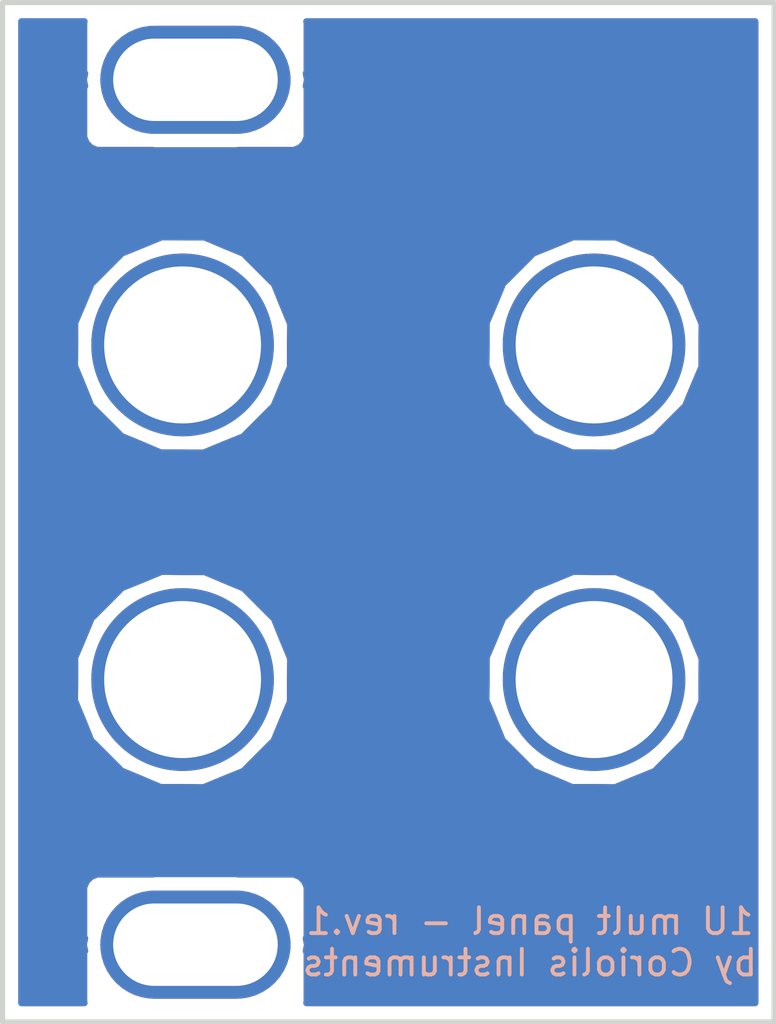
<source format=kicad_pcb>
(kicad_pcb (version 20171130) (host pcbnew "(5.0.0)")

  (general
    (thickness 1.6)
    (drawings 5)
    (tracks 0)
    (zones 0)
    (modules 7)
    (nets 1)
  )

  (page A4)
  (layers
    (0 F.Cu signal)
    (31 B.Cu signal)
    (32 B.Adhes user)
    (33 F.Adhes user)
    (34 B.Paste user)
    (35 F.Paste user)
    (36 B.SilkS user)
    (37 F.SilkS user)
    (38 B.Mask user)
    (39 F.Mask user)
    (40 Dwgs.User user)
    (41 Cmts.User user)
    (42 Eco1.User user)
    (43 Eco2.User user)
    (44 Edge.Cuts user)
    (45 Margin user)
    (46 B.CrtYd user)
    (47 F.CrtYd user)
    (48 B.Fab user)
    (49 F.Fab user)
  )

  (setup
    (last_trace_width 0.25)
    (trace_clearance 0.2)
    (zone_clearance 0.508)
    (zone_45_only no)
    (trace_min 0.2)
    (segment_width 1)
    (edge_width 0.15)
    (via_size 0.8)
    (via_drill 0.4)
    (via_min_size 0.4)
    (via_min_drill 0.3)
    (uvia_size 0.3)
    (uvia_drill 0.1)
    (uvias_allowed no)
    (uvia_min_size 0.2)
    (uvia_min_drill 0.1)
    (pcb_text_width 0.3)
    (pcb_text_size 1.5 1.5)
    (mod_edge_width 0.15)
    (mod_text_size 1 1)
    (mod_text_width 0.15)
    (pad_size 1.524 1.524)
    (pad_drill 0.762)
    (pad_to_mask_clearance 0.2)
    (aux_axis_origin 0 0)
    (visible_elements 7FFFFFFF)
    (pcbplotparams
      (layerselection 0x010fc_ffffffff)
      (usegerberextensions false)
      (usegerberattributes false)
      (usegerberadvancedattributes false)
      (creategerberjobfile false)
      (excludeedgelayer true)
      (linewidth 0.100000)
      (plotframeref false)
      (viasonmask false)
      (mode 1)
      (useauxorigin false)
      (hpglpennumber 1)
      (hpglpenspeed 20)
      (hpglpendiameter 15.000000)
      (psnegative false)
      (psa4output false)
      (plotreference true)
      (plotvalue true)
      (plotinvisibletext false)
      (padsonsilk false)
      (subtractmaskfromsilk false)
      (outputformat 1)
      (mirror false)
      (drillshape 0)
      (scaleselection 1)
      (outputdirectory "gerbers/"))
  )

  (net 0 "")

  (net_class Default "Dit is de standaard class."
    (clearance 0.2)
    (trace_width 0.25)
    (via_dia 0.8)
    (via_drill 0.4)
    (uvia_dia 0.3)
    (uvia_drill 0.1)
  )

  (module Coriolis-KiCad:art_panel_1umult (layer F.Cu) (tedit 5B89A50A) (tstamp 5B85B769)
    (at 15 19.8)
    (fp_text reference G*** (at 0 0) (layer F.SilkS) hide
      (effects (font (size 1.524 1.524) (thickness 0.3)))
    )
    (fp_text value LOGO (at 0.75 0) (layer F.SilkS) hide
      (effects (font (size 1.524 1.524) (thickness 0.3)))
    )
    (fp_poly (pts (xy 14.851063 19.496855) (xy 15.001875 19.499792) (xy 15.001875 19.796125) (xy 14.851063 19.799062)
      (xy 14.70025 19.801998) (xy 14.70025 19.493919) (xy 14.851063 19.496855)) (layer Dwgs.User) (width 0.01))
    (fp_poly (pts (xy 0.00866 1.588834) (xy 0.033193 1.60838) (xy 0.072877 1.640347) (xy 0.127104 1.684239)
      (xy 0.195263 1.739558) (xy 0.276745 1.805807) (xy 0.37094 1.882486) (xy 0.477238 1.9691)
      (xy 0.595031 2.06515) (xy 0.723708 2.170139) (xy 0.86266 2.283569) (xy 1.011277 2.404943)
      (xy 1.168949 2.533762) (xy 1.335068 2.66953) (xy 1.509023 2.811748) (xy 1.690205 2.959919)
      (xy 1.878004 3.113546) (xy 2.07181 3.27213) (xy 2.271015 3.435174) (xy 2.475008 3.602181)
      (xy 2.677092 3.767667) (xy 5.345551 5.953125) (xy 5.30538 5.988747) (xy 5.256595 6.031316)
      (xy 5.200515 6.079099) (xy 5.139489 6.130205) (xy 5.075868 6.182741) (xy 5.012002 6.234814)
      (xy 4.950241 6.284533) (xy 4.892936 6.330005) (xy 4.842436 6.369338) (xy 4.801093 6.40064)
      (xy 4.771256 6.422018) (xy 4.755445 6.431516) (xy 4.746328 6.425291) (xy 4.721496 6.406165)
      (xy 4.681598 6.374664) (xy 4.62728 6.331316) (xy 4.559192 6.276647) (xy 4.47798 6.211184)
      (xy 4.384294 6.135453) (xy 4.27878 6.049981) (xy 4.162086 5.955295) (xy 4.03486 5.851922)
      (xy 3.897751 5.740387) (xy 3.751406 5.621218) (xy 3.596473 5.494941) (xy 3.433599 5.362083)
      (xy 3.263433 5.223171) (xy 3.086623 5.078731) (xy 2.903816 4.92929) (xy 2.71566 4.775374)
      (xy 2.522803 4.617511) (xy 2.371427 4.493531) (xy -0.000082 2.550746) (xy -2.370507 4.492707)
      (xy -2.56648 4.653234) (xy -2.758223 4.810251) (xy -2.94509 4.96323) (xy -3.126432 5.111642)
      (xy -3.301603 5.25496) (xy -3.469957 5.392656) (xy -3.630847 5.5242) (xy -3.783625 5.649066)
      (xy -3.927646 5.766725) (xy -4.062262 5.876649) (xy -4.186826 5.978311) (xy -4.300691 6.071181)
      (xy -4.403212 6.154732) (xy -4.49374 6.228436) (xy -4.57163 6.291765) (xy -4.636234 6.344191)
      (xy -4.686906 6.385185) (xy -4.722998 6.41422) (xy -4.743864 6.430767) (xy -4.749146 6.434667)
      (xy -4.759915 6.428504) (xy -4.784306 6.411488) (xy -4.819282 6.385829) (xy -4.86181 6.353737)
      (xy -4.889576 6.332401) (xy -4.960251 6.276796) (xy -5.039357 6.212991) (xy -5.121328 6.145582)
      (xy -5.200603 6.079168) (xy -5.271617 6.018347) (xy -5.305362 5.988747) (xy -5.345516 5.953125)
      (xy -2.677187 3.767667) (xy -2.469135 3.597286) (xy -2.265279 3.430385) (xy -2.066229 3.267461)
      (xy -1.872595 3.109011) (xy -1.684986 2.955534) (xy -1.504012 2.807527) (xy -1.330282 2.665487)
      (xy -1.164407 2.529913) (xy -1.006994 2.401301) (xy -0.858655 2.28015) (xy -0.719999 2.166957)
      (xy -0.591635 2.062221) (xy -0.474173 1.966437) (xy -0.368223 1.880105) (xy -0.274394 1.803722)
      (xy -0.193295 1.737785) (xy -0.125537 1.682792) (xy -0.071729 1.639241) (xy -0.03248 1.607629)
      (xy -0.0084 1.588454) (xy -0.000112 1.582209) (xy 0.00866 1.588834)) (layer F.Mask) (width 0.01))
    (fp_poly (pts (xy 5.984868 -5.31073) (xy 6.006652 -5.287333) (xy 6.037653 -5.252167) (xy 6.075878 -5.207618)
      (xy 6.119334 -5.156075) (xy 6.166029 -5.099925) (xy 6.213971 -5.041555) (xy 6.261166 -4.983353)
      (xy 6.305622 -4.927708) (xy 6.345347 -4.877006) (xy 6.361542 -4.855923) (xy 6.398757 -4.806861)
      (xy 6.424546 -4.771755) (xy 6.4404 -4.747792) (xy 6.447812 -4.73216) (xy 6.448271 -4.722047)
      (xy 6.443271 -4.71464) (xy 6.438613 -4.710604) (xy 6.373838 -4.657932) (xy 6.296141 -4.594626)
      (xy 6.206229 -4.521264) (xy 6.104807 -4.438427) (xy 5.992583 -4.346694) (xy 5.870263 -4.246647)
      (xy 5.738554 -4.138865) (xy 5.598161 -4.023928) (xy 5.449791 -3.902416) (xy 5.294152 -3.774909)
      (xy 5.131948 -3.641988) (xy 4.963887 -3.504233) (xy 4.790675 -3.362223) (xy 4.613019 -3.216539)
      (xy 4.431625 -3.06776) (xy 4.2472 -2.916468) (xy 4.060449 -2.763241) (xy 3.87208 -2.608661)
      (xy 3.682799 -2.453306) (xy 3.493312 -2.297758) (xy 3.304326 -2.142596) (xy 3.116547 -1.988401)
      (xy 2.930682 -1.835752) (xy 2.747437 -1.685229) (xy 2.567519 -1.537414) (xy 2.391634 -1.392885)
      (xy 2.220489 -1.252222) (xy 2.054789 -1.116007) (xy 1.895243 -0.984819) (xy 1.742555 -0.859238)
      (xy 1.597432 -0.739844) (xy 1.460582 -0.627217) (xy 1.33271 -0.521938) (xy 1.214522 -0.424586)
      (xy 1.106726 -0.335742) (xy 1.010028 -0.255986) (xy 0.925133 -0.185897) (xy 0.85275 -0.126056)
      (xy 0.793583 -0.077043) (xy 0.748341 -0.039438) (xy 0.717728 -0.013821) (xy 0.702451 -0.000772)
      (xy 0.700769 0.000852) (xy 0.709091 0.008115) (xy 0.733203 0.028301) (xy 0.772519 0.060931)
      (xy 0.82645 0.105519) (xy 0.89441 0.161584) (xy 0.975809 0.228644) (xy 1.07006 0.306215)
      (xy 1.176576 0.393815) (xy 1.294769 0.490961) (xy 1.42405 0.597171) (xy 1.563832 0.711962)
      (xy 1.713528 0.834851) (xy 1.872549 0.965356) (xy 2.040308 1.102994) (xy 2.216217 1.247283)
      (xy 2.399687 1.397739) (xy 2.590133 1.553881) (xy 2.786964 1.715225) (xy 2.989595 1.881289)
      (xy 3.197436 2.05159) (xy 3.4099 2.225645) (xy 3.561292 2.349649) (xy 3.776812 2.526176)
      (xy 3.988204 2.699337) (xy 4.194876 2.868649) (xy 4.396236 3.033625) (xy 4.591692 3.193779)
      (xy 4.780651 3.348626) (xy 4.962523 3.497681) (xy 5.136713 3.640457) (xy 5.302632 3.776471)
      (xy 5.459685 3.905235) (xy 5.607282 4.026264) (xy 5.744831 4.139074) (xy 5.871739 4.243178)
      (xy 5.987414 4.338091) (xy 6.091264 4.423327) (xy 6.182698 4.498401) (xy 6.261122 4.562827)
      (xy 6.325946 4.616121) (xy 6.376576 4.657795) (xy 6.412422 4.687366) (xy 6.43289 4.704346)
      (xy 6.437736 4.708467) (xy 6.444494 4.716463) (xy 6.446507 4.72564) (xy 6.442233 4.73893)
      (xy 6.430132 4.759264) (xy 6.408664 4.789575) (xy 6.376289 4.832793) (xy 6.363653 4.84946)
      (xy 6.313284 4.914406) (xy 6.251391 4.99187) (xy 6.180608 5.078632) (xy 6.103566 5.171474)
      (xy 6.022898 5.267178) (xy 5.999698 5.294426) (xy 5.972188 5.326663) (xy 2.986067 2.880382)
      (xy -0.000054 0.4341) (xy -2.984131 2.878759) (xy -3.204202 3.059041) (xy -3.420075 3.235872)
      (xy -3.631177 3.40878) (xy -3.836931 3.577296) (xy -4.036764 3.740949) (xy -4.230101 3.899268)
      (xy -4.416366 4.051783) (xy -4.594986 4.198025) (xy -4.765384 4.337521) (xy -4.926987 4.469802)
      (xy -5.07922 4.594398) (xy -5.221508 4.710838) (xy -5.353275 4.818652) (xy -5.473948 4.917368)
      (xy -5.582951 5.006518) (xy -5.67971 5.08563) (xy -5.763649 5.154234) (xy -5.834195 5.21186)
      (xy -5.890772 5.258037) (xy -5.932805 5.292294) (xy -5.959719 5.314162) (xy -5.970941 5.32317)
      (xy -5.97125 5.32339) (xy -5.978946 5.315876) (xy -5.997455 5.29554) (xy -6.023844 5.265654)
      (xy -6.049512 5.236077) (xy -6.174546 5.088014) (xy -6.289345 4.945589) (xy -6.365379 4.847207)
      (xy -6.401125 4.799879) (xy -6.425479 4.766335) (xy -6.439988 4.743606) (xy -6.446202 4.728727)
      (xy -6.445669 4.71873) (xy -6.439936 4.710648) (xy -6.437775 4.708486) (xy -6.428241 4.700455)
      (xy -6.402922 4.679501) (xy -6.362409 4.646109) (xy -6.307296 4.600763) (xy -6.238174 4.54395)
      (xy -6.155635 4.476155) (xy -6.060272 4.397864) (xy -5.952675 4.309561) (xy -5.833438 4.211734)
      (xy -5.703153 4.104867) (xy -5.562411 3.989445) (xy -5.411805 3.865955) (xy -5.251927 3.734882)
      (xy -5.083368 3.596711) (xy -4.906721 3.451928) (xy -4.722579 3.301018) (xy -4.531532 3.144467)
      (xy -4.334173 2.982761) (xy -4.131095 2.816384) (xy -3.922888 2.645823) (xy -3.710147 2.471563)
      (xy -3.561291 2.349644) (xy -3.345936 2.173246) (xy -3.134791 2.000264) (xy -2.928445 1.831181)
      (xy -2.727486 1.666479) (xy -2.532501 1.506641) (xy -2.344079 1.35215) (xy -2.162806 1.203488)
      (xy -1.989272 1.061139) (xy -1.824063 0.925583) (xy -1.667768 0.797305) (xy -1.520974 0.676787)
      (xy -1.384269 0.564512) (xy -1.258241 0.460962) (xy -1.143478 0.366619) (xy -1.040567 0.281967)
      (xy -0.950096 0.207488) (xy -0.872654 0.143664) (xy -0.808827 0.090979) (xy -0.759204 0.049915)
      (xy -0.724372 0.020955) (xy -0.70492 0.004581) (xy -0.700768 0.000866) (xy -0.708688 -0.006159)
      (xy -0.732273 -0.026021) (xy -0.770819 -0.058143) (xy -0.82362 -0.101944) (xy -0.88997 -0.156845)
      (xy -0.969165 -0.222269) (xy -1.060499 -0.297634) (xy -1.163266 -0.382363) (xy -1.276762 -0.475875)
      (xy -1.400281 -0.577593) (xy -1.533117 -0.686936) (xy -1.674566 -0.803326) (xy -1.823923 -0.926183)
      (xy -1.98048 -1.054928) (xy -2.143535 -1.188982) (xy -2.312381 -1.327767) (xy -2.486312 -1.470702)
      (xy -2.664624 -1.617209) (xy -2.846611 -1.766708) (xy -3.031568 -1.918621) (xy -3.21879 -2.072368)
      (xy -3.407571 -2.22737) (xy -3.597206 -2.383047) (xy -3.786989 -2.538822) (xy -3.976216 -2.694114)
      (xy -4.164181 -2.848345) (xy -4.350179 -3.000935) (xy -4.533504 -3.151305) (xy -4.713451 -3.298876)
      (xy -4.889314 -3.443069) (xy -5.060389 -3.583305) (xy -5.225971 -3.719004) (xy -5.385353 -3.849588)
      (xy -5.53783 -3.974477) (xy -5.682698 -4.093092) (xy -5.81925 -4.204854) (xy -5.946782 -4.309184)
      (xy -6.064588 -4.405502) (xy -6.171963 -4.49323) (xy -6.268202 -4.571788) (xy -6.352599 -4.640598)
      (xy -6.424449 -4.69908) (xy -6.438627 -4.710604) (xy -6.446039 -4.717725) (xy -6.44883 -4.725973)
      (xy -6.445507 -4.73816) (xy -6.434581 -4.757097) (xy -6.414557 -4.785597) (xy -6.383946 -4.826473)
      (xy -6.361542 -4.855923) (xy -6.324669 -4.903542) (xy -6.282147 -4.957207) (xy -6.235966 -5.014527)
      (xy -6.18812 -5.073118) (xy -6.140602 -5.13059) (xy -6.095403 -5.184556) (xy -6.054516 -5.232629)
      (xy -6.019934 -5.272421) (xy -5.993649 -5.301545) (xy -5.977653 -5.317612) (xy -5.974291 -5.319964)
      (xy -5.965416 -5.31358) (xy -5.940752 -5.294244) (xy -5.900875 -5.262426) (xy -5.846364 -5.218597)
      (xy -5.777794 -5.163226) (xy -5.695743 -5.096785) (xy -5.600788 -5.019743) (xy -5.493507 -4.932572)
      (xy -5.374475 -4.835742) (xy -5.244271 -4.729722) (xy -5.103471 -4.614985) (xy -4.952653 -4.491999)
      (xy -4.792393 -4.361235) (xy -4.623268 -4.223165) (xy -4.445856 -4.078258) (xy -4.260734 -3.926984)
      (xy -4.068478 -3.769815) (xy -3.869666 -3.607221) (xy -3.664875 -3.439671) (xy -3.454681 -3.267637)
      (xy -3.239663 -3.091589) (xy -3.020397 -2.911997) (xy -2.986106 -2.883905) (xy -2.766236 -2.703796)
      (xy -2.550537 -2.527139) (xy -2.339585 -2.354407) (xy -2.133956 -2.18607) (xy -1.934227 -2.022599)
      (xy -1.740976 -1.864466) (xy -1.554778 -1.712142) (xy -1.37621 -1.566097) (xy -1.205849 -1.426803)
      (xy -1.044272 -1.294731) (xy -0.892055 -1.170352) (xy -0.749775 -1.054137) (xy -0.618008 -0.946558)
      (xy -0.497332 -0.848085) (xy -0.388323 -0.759189) (xy -0.291557 -0.680342) (xy -0.207612 -0.612014)
      (xy -0.137063 -0.554677) (xy -0.080488 -0.508802) (xy -0.038463 -0.47486) (xy -0.011566 -0.453323)
      (xy -0.000371 -0.44466) (xy -0.000079 -0.4445) (xy 0.008637 -0.451131) (xy 0.033146 -0.470709)
      (xy 0.072871 -0.502765) (xy 0.127235 -0.546826) (xy 0.195663 -0.602421) (xy 0.277577 -0.66908)
      (xy 0.3724 -0.746331) (xy 0.479556 -0.833704) (xy 0.598468 -0.930726) (xy 0.72856 -1.036928)
      (xy 0.869255 -1.151838) (xy 1.019976 -1.274984) (xy 1.180146 -1.405896) (xy 1.349189 -1.544103)
      (xy 1.526529 -1.689134) (xy 1.711588 -1.840517) (xy 1.90379 -1.997781) (xy 2.102558 -2.160456)
      (xy 2.307315 -2.32807) (xy 2.517486 -2.500152) (xy 2.732492 -2.676231) (xy 2.951758 -2.855836)
      (xy 2.986027 -2.883909) (xy 3.205903 -3.064007) (xy 3.421621 -3.240633) (xy 3.632603 -3.413318)
      (xy 3.838273 -3.581591) (xy 4.038052 -3.744983) (xy 4.231364 -3.903022) (xy 4.417633 -4.055238)
      (xy 4.59628 -4.201161) (xy 4.766729 -4.34032) (xy 4.928403 -4.472245) (xy 5.080725 -4.596466)
      (xy 5.223117 -4.712511) (xy 5.355003 -4.819911) (xy 5.475805 -4.918195) (xy 5.584947 -5.006893)
      (xy 5.681852 -5.085534) (xy 5.765942 -5.153648) (xy 5.83664 -5.210764) (xy 5.893369 -5.256413)
      (xy 5.935552 -5.290123) (xy 5.962613 -5.311424) (xy 5.973973 -5.319846) (xy 5.974292 -5.319968)
      (xy 5.984868 -5.31073)) (layer F.Mask) (width 0.01))
    (fp_poly (pts (xy -6.931293 -3.969695) (xy -6.906826 -3.949977) (xy -6.867267 -3.91789) (xy -6.813254 -3.873957)
      (xy -6.745428 -3.8187) (xy -6.664429 -3.752643) (xy -6.570897 -3.676309) (xy -6.465471 -3.590219)
      (xy -6.348792 -3.494899) (xy -6.221498 -3.39087) (xy -6.084231 -3.278655) (xy -5.937629 -3.158778)
      (xy -5.782333 -3.031761) (xy -5.618983 -2.898128) (xy -5.448217 -2.758401) (xy -5.270677 -2.613104)
      (xy -5.087002 -2.462759) (xy -4.897832 -2.307889) (xy -4.703807 -2.149018) (xy -4.509227 -1.989666)
      (xy -2.086357 -0.005291) (xy -2.109449 0.017393) (xy -2.119907 0.026344) (xy -2.145929 0.048027)
      (xy -2.186695 0.081769) (xy -2.241386 0.126898) (xy -2.309184 0.182741) (xy -2.38927 0.248626)
      (xy -2.480824 0.32388) (xy -2.58303 0.407832) (xy -2.695066 0.499809) (xy -2.816116 0.599137)
      (xy -2.945359 0.705146) (xy -3.081978 0.817163) (xy -3.225153 0.934515) (xy -3.374065 1.056529)
      (xy -3.527897 1.182534) (xy -3.661833 1.292212) (xy -3.83497 1.433973) (xy -4.013134 1.579854)
      (xy -4.194776 1.728587) (xy -4.378351 1.878906) (xy -4.56231 2.029543) (xy -4.745106 2.179232)
      (xy -4.925192 2.326705) (xy -5.101021 2.470694) (xy -5.271046 2.609934) (xy -5.433719 2.743157)
      (xy -5.587492 2.869096) (xy -5.73082 2.986484) (xy -5.862154 3.094053) (xy -5.979948 3.190538)
      (xy -6.066682 3.261586) (xy -6.94224 3.978826) (xy -6.989933 3.897059) (xy -7.013605 3.855123)
      (xy -7.041633 3.803295) (xy -7.072607 3.744409) (xy -7.105119 3.681301) (xy -7.137761 3.616804)
      (xy -7.169124 3.553754) (xy -7.197798 3.494984) (xy -7.222375 3.44333) (xy -7.241447 3.401625)
      (xy -7.253605 3.372706) (xy -7.257439 3.359405) (xy -7.257317 3.359053) (xy -7.248707 3.351599)
      (xy -7.224412 3.331315) (xy -7.185127 3.298774) (xy -7.131551 3.254546) (xy -7.064381 3.199205)
      (xy -6.984313 3.133323) (xy -6.892045 3.057471) (xy -6.788274 2.972223) (xy -6.673697 2.878151)
      (xy -6.549012 2.775826) (xy -6.414916 2.665821) (xy -6.272105 2.548708) (xy -6.121276 2.425059)
      (xy -5.963128 2.295447) (xy -5.798358 2.160443) (xy -5.627661 2.020621) (xy -5.451736 1.876552)
      (xy -5.27128 1.728808) (xy -5.208551 1.677459) (xy -5.02679 1.528641) (xy -4.849379 1.383314)
      (xy -4.677013 1.242049) (xy -4.510385 1.105417) (xy -4.350189 0.973989) (xy -4.197119 0.848336)
      (xy -4.051868 0.729029) (xy -3.915131 0.61664) (xy -3.787602 0.511738) (xy -3.669973 0.414896)
      (xy -3.56294 0.326685) (xy -3.467195 0.247674) (xy -3.383432 0.178436) (xy -3.312346 0.119541)
      (xy -3.254631 0.071561) (xy -3.210979 0.035066) (xy -3.182085 0.010628) (xy -3.168643 -0.001183)
      (xy -3.167717 -0.002227) (xy -3.175971 -0.00951) (xy -3.199912 -0.029624) (xy -3.238842 -0.061998)
      (xy -3.292066 -0.106058) (xy -3.358887 -0.161234) (xy -3.438609 -0.226952) (xy -3.530536 -0.30264)
      (xy -3.633971 -0.387727) (xy -3.748218 -0.481641) (xy -3.872582 -0.583808) (xy -4.006365 -0.693658)
      (xy -4.148871 -0.810618) (xy -4.299404 -0.934116) (xy -4.457269 -1.063579) (xy -4.621768 -1.198436)
      (xy -4.792205 -1.338115) (xy -4.967884 -1.482044) (xy -5.148109 -1.629649) (xy -5.207 -1.677871)
      (xy -5.388636 -1.826616) (xy -5.566002 -1.971905) (xy -5.738399 -2.113164) (xy -5.905126 -2.249819)
      (xy -6.065485 -2.381296) (xy -6.218776 -2.507019) (xy -6.3643 -2.626413) (xy -6.501356 -2.738906)
      (xy -6.629246 -2.843921) (xy -6.74727 -2.940885) (xy -6.854728 -3.029222) (xy -6.950922 -3.108359)
      (xy -7.035151 -3.17772) (xy -7.106716 -3.236731) (xy -7.164917 -3.284818) (xy -7.209056 -3.321406)
      (xy -7.238432 -3.34592) (xy -7.252347 -3.357786) (xy -7.253416 -3.358813) (xy -7.252436 -3.373771)
      (xy -7.241256 -3.405898) (xy -7.220328 -3.454075) (xy -7.190106 -3.517179) (xy -7.186391 -3.524668)
      (xy -7.147167 -3.602639) (xy -7.108009 -3.678902) (xy -7.070153 -3.751191) (xy -7.034834 -3.817242)
      (xy -7.003287 -3.874788) (xy -6.976747 -3.921565) (xy -6.95645 -3.955306) (xy -6.94363 -3.973747)
      (xy -6.940028 -3.97652) (xy -6.931293 -3.969695)) (layer F.Mask) (width 0.01))
    (fp_poly (pts (xy 6.949586 -3.970031) (xy 6.964683 -3.944853) (xy 6.98653 -3.906139) (xy 7.013699 -3.856553)
      (xy 7.044762 -3.798757) (xy 7.078289 -3.735413) (xy 7.112852 -3.669186) (xy 7.147024 -3.602737)
      (xy 7.179376 -3.538729) (xy 7.186391 -3.524668) (xy 7.217549 -3.460093) (xy 7.239476 -3.410299)
      (xy 7.251716 -3.376415) (xy 7.253813 -3.359573) (xy 7.253416 -3.358826) (xy 7.24452 -3.351066)
      (xy 7.219941 -3.330478) (xy 7.180379 -3.297634) (xy 7.126535 -3.25311) (xy 7.059106 -3.197481)
      (xy 6.978793 -3.13132) (xy 6.886295 -3.055203) (xy 6.782312 -2.969704) (xy 6.667542 -2.875398)
      (xy 6.542686 -2.772859) (xy 6.408444 -2.662661) (xy 6.265514 -2.54538) (xy 6.114595 -2.42159)
      (xy 5.956389 -2.291865) (xy 5.791593 -2.15678) (xy 5.620908 -2.01691) (xy 5.445033 -1.872829)
      (xy 5.264667 -1.725111) (xy 5.207 -1.677891) (xy 5.02546 -1.529223) (xy 4.848241 -1.384047)
      (xy 4.676039 -1.242937) (xy 4.509552 -1.106464) (xy 4.349475 -0.9752) (xy 4.196505 -0.849718)
      (xy 4.051338 -0.73059) (xy 3.91467 -0.618387) (xy 3.787197 -0.513682) (xy 3.669616 -0.417048)
      (xy 3.562623 -0.329055) (xy 3.466914 -0.250277) (xy 3.383186 -0.181285) (xy 3.312134 -0.122651)
      (xy 3.254456 -0.074948) (xy 3.210846 -0.038748) (xy 3.182003 -0.014622) (xy 3.168621 -0.003144)
      (xy 3.167717 -0.002234) (xy 3.175616 0.005047) (xy 3.199208 0.025153) (xy 3.2378 0.057515)
      (xy 3.290697 0.101562) (xy 3.357206 0.156721) (xy 3.436633 0.222423) (xy 3.528284 0.298096)
      (xy 3.631466 0.383169) (xy 3.745484 0.477071) (xy 3.869645 0.579232) (xy 4.003254 0.689079)
      (xy 4.145619 0.806042) (xy 4.296045 0.92955) (xy 4.453839 1.059032) (xy 4.618306 1.193917)
      (xy 4.788752 1.333634) (xy 4.964485 1.477612) (xy 5.14481 1.625279) (xy 5.208551 1.677459)
      (xy 5.390384 1.826314) (xy 5.567917 1.97168) (xy 5.740456 2.112985) (xy 5.907302 2.249658)
      (xy 6.067759 2.381127) (xy 6.22113 2.50682) (xy 6.366719 2.626166) (xy 6.503829 2.738593)
      (xy 6.631764 2.84353) (xy 6.749826 2.940404) (xy 6.857318 3.028645) (xy 6.953545 3.107681)
      (xy 7.037809 3.176939) (xy 7.109414 3.235849) (xy 7.167662 3.283839) (xy 7.211858 3.320338)
      (xy 7.241304 3.344772) (xy 7.255304 3.356572) (xy 7.256424 3.357607) (xy 7.253894 3.370033)
      (xy 7.242723 3.3983) (xy 7.224317 3.439624) (xy 7.200086 3.491216) (xy 7.171437 3.550293)
      (xy 7.139779 3.614066) (xy 7.106519 3.679749) (xy 7.073067 3.744557) (xy 7.04083 3.805703)
      (xy 7.011216 3.860401) (xy 6.985634 3.905864) (xy 6.965492 3.939307) (xy 6.954216 3.955565)
      (xy 6.952175 3.957282) (xy 6.949077 3.957906) (xy 6.944369 3.956991) (xy 6.937501 3.954093)
      (xy 6.927919 3.948768) (xy 6.915072 3.940572) (xy 6.898407 3.929058) (xy 6.877373 3.913784)
      (xy 6.851418 3.894304) (xy 6.81999 3.870173) (xy 6.782537 3.840949) (xy 6.738506 3.806184)
      (xy 6.687345 3.765436) (xy 6.628503 3.71826) (xy 6.561428 3.664211) (xy 6.485568 3.602844)
      (xy 6.400369 3.533716) (xy 6.305282 3.45638) (xy 6.199753 3.370394) (xy 6.08323 3.275312)
      (xy 5.955162 3.17069) (xy 5.814997 3.056083) (xy 5.662182 2.931046) (xy 5.496165 2.795136)
      (xy 5.316394 2.647908) (xy 5.122319 2.488916) (xy 4.913385 2.317717) (xy 4.689042 2.133866)
      (xy 4.514418 1.99075) (xy 4.316332 1.828369) (xy 4.122533 1.669441) (xy 3.933658 1.514489)
      (xy 3.750344 1.364037) (xy 3.573227 1.218611) (xy 3.402945 1.078734) (xy 3.240134 0.944931)
      (xy 3.085431 0.817726) (xy 2.939473 0.697644) (xy 2.802896 0.585209) (xy 2.676337 0.480946)
      (xy 2.560433 0.385378) (xy 2.455821 0.29903) (xy 2.363138 0.222427) (xy 2.283019 0.156093)
      (xy 2.216103 0.100552) (xy 2.163025 0.056329) (xy 2.124423 0.023948) (xy 2.100933 0.003933)
      (xy 2.093188 -0.003183) (xy 2.101381 -0.010402) (xy 2.125177 -0.030387) (xy 2.163797 -0.062503)
      (xy 2.216465 -0.10611) (xy 2.282402 -0.160572) (xy 2.36083 -0.22525) (xy 2.450972 -0.299508)
      (xy 2.552051 -0.382707) (xy 2.663287 -0.474211) (xy 2.783905 -0.57338) (xy 2.913125 -0.679578)
      (xy 3.05017 -0.792167) (xy 3.194262 -0.910509) (xy 3.344624 -1.033967) (xy 3.500478 -1.161903)
      (xy 3.661046 -1.293679) (xy 3.82555 -1.428658) (xy 3.993213 -1.566203) (xy 4.163257 -1.705675)
      (xy 4.334904 -1.846436) (xy 4.507376 -1.98785) (xy 4.679895 -2.129279) (xy 4.851685 -2.270084)
      (xy 5.021966 -2.409629) (xy 5.189962 -2.547275) (xy 5.354894 -2.682386) (xy 5.515986 -2.814323)
      (xy 5.672458 -2.942449) (xy 5.823533 -3.066125) (xy 5.968434 -3.184716) (xy 6.106383 -3.297582)
      (xy 6.236602 -3.404086) (xy 6.358314 -3.503591) (xy 6.470739 -3.595459) (xy 6.573102 -3.679053)
      (xy 6.664624 -3.753734) (xy 6.744527 -3.818865) (xy 6.812033 -3.873808) (xy 6.866366 -3.917927)
      (xy 6.906746 -3.950582) (xy 6.932397 -3.971137) (xy 6.94254 -3.978954) (xy 6.942667 -3.979011)
      (xy 6.949586 -3.970031)) (layer F.Mask) (width 0.01))
    (fp_poly (pts (xy -2.377563 -4.501963) (xy -2.181643 -4.341484) (xy -1.989953 -4.184516) (xy -1.80314 -4.031586)
      (xy -1.621849 -3.883224) (xy -1.446729 -3.739957) (xy -1.278427 -3.602312) (xy -1.11759 -3.47082)
      (xy -0.964864 -3.346007) (xy -0.820897 -3.228403) (xy -0.686335 -3.118534) (xy -0.561827 -3.01693)
      (xy -0.448019 -2.924119) (xy -0.345557 -2.840629) (xy -0.25509 -2.766988) (xy -0.177264 -2.703724)
      (xy -0.112726 -2.651366) (xy -0.062124 -2.610441) (xy -0.026104 -2.581479) (xy -0.005314 -2.565007)
      (xy -0.000096 -2.561166) (xy 0.008682 -2.567788) (xy 0.033182 -2.587302) (xy 0.072757 -2.619178)
      (xy 0.126759 -2.66289) (xy 0.194542 -2.717909) (xy 0.275458 -2.783707) (xy 0.368861 -2.859755)
      (xy 0.474103 -2.945525) (xy 0.590537 -3.04049) (xy 0.717516 -3.14412) (xy 0.854393 -3.255889)
      (xy 1.000522 -3.375266) (xy 1.155254 -3.501725) (xy 1.317943 -3.634737) (xy 1.487942 -3.773775)
      (xy 1.664604 -3.918308) (xy 1.847281 -4.067811) (xy 2.035327 -4.221753) (xy 2.228094 -4.379608)
      (xy 2.377466 -4.501959) (xy 4.746625 -6.442751) (xy 4.793013 -6.409605) (xy 4.825903 -6.385132)
      (xy 4.871545 -6.349822) (xy 4.926489 -6.306457) (xy 4.98729 -6.257824) (xy 5.050498 -6.206709)
      (xy 5.112667 -6.155896) (xy 5.170349 -6.10817) (xy 5.220095 -6.066318) (xy 5.25202 -6.038796)
      (xy 5.344665 -5.95757) (xy 5.28377 -5.907123) (xy 5.22327 -5.857094) (xy 5.149734 -5.796446)
      (xy 5.063902 -5.725781) (xy 4.966513 -5.645705) (xy 4.858308 -5.556821) (xy 4.740025 -5.459733)
      (xy 4.612404 -5.355047) (xy 4.476186 -5.243366) (xy 4.332108 -5.125294) (xy 4.180912 -5.001436)
      (xy 4.023336 -4.872396) (xy 3.86012 -4.738778) (xy 3.692004 -4.601187) (xy 3.519727 -4.460226)
      (xy 3.344029 -4.3165) (xy 3.165649 -4.170613) (xy 2.985327 -4.02317) (xy 2.803802 -3.874774)
      (xy 2.621815 -3.72603) (xy 2.440104 -3.577542) (xy 2.25941 -3.429914) (xy 2.080471 -3.283751)
      (xy 1.904028 -3.139657) (xy 1.73082 -2.998236) (xy 1.561586 -2.860093) (xy 1.397066 -2.72583)
      (xy 1.238 -2.596054) (xy 1.085126 -2.471368) (xy 0.939186 -2.352376) (xy 0.800918 -2.239683)
      (xy 0.671062 -2.133892) (xy 0.550358 -2.035608) (xy 0.439544 -1.945436) (xy 0.339361 -1.863979)
      (xy 0.250549 -1.791842) (xy 0.173846 -1.729629) (xy 0.109992 -1.677944) (xy 0.059727 -1.637392)
      (xy 0.023791 -1.608576) (xy 0.002923 -1.592101) (xy -0.002412 -1.588206) (xy -0.011613 -1.594891)
      (xy -0.036525 -1.614473) (xy -0.076496 -1.646422) (xy -0.130875 -1.690206) (xy -0.199011 -1.745294)
      (xy -0.280252 -1.811156) (xy -0.373948 -1.88726) (xy -0.479446 -1.973075) (xy -0.596097 -2.068071)
      (xy -0.723248 -2.171716) (xy -0.860249 -2.283479) (xy -1.006447 -2.40283) (xy -1.161192 -2.529237)
      (xy -1.323833 -2.66217) (xy -1.493719 -2.801096) (xy -1.670197 -2.945487) (xy -1.852618 -3.094809)
      (xy -2.040329 -3.248533) (xy -2.232679 -3.406127) (xy -2.365375 -3.514887) (xy -2.564433 -3.678062)
      (xy -2.761237 -3.839389) (xy -2.955019 -3.998239) (xy -3.145012 -4.153981) (xy -3.330448 -4.305988)
      (xy -3.510559 -4.45363) (xy -3.684578 -4.596277) (xy -3.851737 -4.733301) (xy -4.011269 -4.864073)
      (xy -4.162407 -4.987963) (xy -4.304382 -5.104341) (xy -4.436427 -5.21258) (xy -4.557776 -5.31205)
      (xy -4.667659 -5.402121) (xy -4.76531 -5.482164) (xy -4.849961 -5.551551) (xy -4.920844 -5.609652)
      (xy -4.977193 -5.655838) (xy -5.018239 -5.68948) (xy -5.029938 -5.699068) (xy -5.345002 -5.957276)
      (xy -5.252188 -6.038649) (xy -5.211286 -6.073793) (xy -5.159677 -6.117048) (xy -5.100812 -6.165627)
      (xy -5.038138 -6.216746) (xy -4.975103 -6.267618) (xy -4.915155 -6.315457) (xy -4.861742 -6.357479)
      (xy -4.818313 -6.390896) (xy -4.793013 -6.409608) (xy -4.746625 -6.442759) (xy -2.377563 -4.501963)) (layer F.Mask) (width 0.01))
    (fp_poly (pts (xy 11.99446 -18.441924) (xy 12.023712 -18.428506) (xy 12.065428 -18.408087) (xy 12.116562 -18.382256)
      (xy 12.174067 -18.352604) (xy 12.234898 -18.320721) (xy 12.296006 -18.288196) (xy 12.354348 -18.256621)
      (xy 12.406874 -18.227585) (xy 12.450541 -18.202679) (xy 12.467167 -18.192833) (xy 12.597637 -18.111885)
      (xy 12.711641 -18.035841) (xy 12.812549 -17.962219) (xy 12.903732 -17.888534) (xy 12.988559 -17.812305)
      (xy 13.005049 -17.796543) (xy 13.09183 -17.7055) (xy 13.158861 -17.618498) (xy 13.206853 -17.534161)
      (xy 13.236519 -17.451113) (xy 13.248569 -17.367975) (xy 13.248208 -17.325885) (xy 13.24302 -17.273433)
      (xy 13.232921 -17.232413) (xy 13.215451 -17.193234) (xy 13.213032 -17.188732) (xy 13.174581 -17.13324)
      (xy 13.120617 -17.07658) (xy 13.056019 -17.023256) (xy 12.985666 -16.977773) (xy 12.982762 -16.976159)
      (xy 12.908133 -16.940433) (xy 12.815856 -16.905268) (xy 12.709446 -16.871613) (xy 12.592418 -16.840419)
      (xy 12.468288 -16.812635) (xy 12.340571 -16.789209) (xy 12.232428 -16.773511) (xy 12.129981 -16.760535)
      (xy 12.124323 -16.685538) (xy 12.122573 -16.654464) (xy 12.120588 -16.605993) (xy 12.118487 -16.54389)
      (xy 12.116391 -16.471924) (xy 12.114417 -16.393859) (xy 12.112911 -16.324791) (xy 12.109958 -16.189487)
      (xy 12.106669 -16.058949) (xy 12.103112 -15.934818) (xy 12.099354 -15.818737) (xy 12.095465 -15.71235)
      (xy 12.091512 -15.617299) (xy 12.087564 -15.535227) (xy 12.083689 -15.467777) (xy 12.079955 -15.416591)
      (xy 12.07643 -15.383312) (xy 12.073237 -15.369646) (xy 12.054516 -15.35899) (xy 12.039892 -15.356979)
      (xy 12.024267 -15.361686) (xy 11.992713 -15.37458) (xy 11.948205 -15.394323) (xy 11.893714 -15.419576)
      (xy 11.832216 -15.449001) (xy 11.795125 -15.467148) (xy 11.653275 -15.538934) (xy 11.528892 -15.606074)
      (xy 11.419281 -15.670353) (xy 11.321743 -15.733558) (xy 11.233581 -15.797476) (xy 11.152098 -15.863894)
      (xy 11.074597 -15.934598) (xy 11.043629 -15.964958) (xy 10.97976 -16.031367) (xy 10.930642 -16.089018)
      (xy 10.893867 -16.141542) (xy 10.867023 -16.192571) (xy 10.847703 -16.245738) (xy 10.841086 -16.27025)
      (xy 10.830144 -16.355063) (xy 10.831174 -16.363542) (xy 11.008675 -16.363542) (xy 11.01138 -16.301673)
      (xy 11.034761 -16.235299) (xy 11.049794 -16.20772) (xy 11.095366 -16.142626) (xy 11.157658 -16.070771)
      (xy 11.234237 -15.994398) (xy 11.322667 -15.915749) (xy 11.420513 -15.837069) (xy 11.525342 -15.7606)
      (xy 11.562883 -15.735006) (xy 11.602953 -15.708853) (xy 11.651749 -15.678052) (xy 11.706179 -15.64444)
      (xy 11.763152 -15.609857) (xy 11.819577 -15.57614) (xy 11.87236 -15.545128) (xy 11.918411 -15.518658)
      (xy 11.954639 -15.498568) (xy 11.977951 -15.486698) (xy 11.984609 -15.484267) (xy 11.98795 -15.493918)
      (xy 11.989616 -15.521475) (xy 11.989536 -15.563741) (xy 11.98764 -15.617517) (xy 11.987599 -15.618354)
      (xy 11.985943 -15.657393) (xy 11.983854 -15.714692) (xy 11.981424 -15.787351) (xy 11.978741 -15.872469)
      (xy 11.975895 -15.967148) (xy 11.972977 -16.068486) (xy 11.970076 -16.173583) (xy 11.968124 -16.247077)
      (xy 11.955226 -16.740863) (xy 11.917509 -16.735749) (xy 11.741604 -16.709024) (xy 11.583241 -16.678994)
      (xy 11.443091 -16.645839) (xy 11.321824 -16.609742) (xy 11.220111 -16.570885) (xy 11.138623 -16.52945)
      (xy 11.124229 -16.520494) (xy 11.065138 -16.473115) (xy 11.026608 -16.420744) (xy 11.008675 -16.363542)
      (xy 10.831174 -16.363542) (xy 10.840004 -16.436166) (xy 10.870586 -16.513324) (xy 10.921814 -16.586304)
      (xy 10.959457 -16.625229) (xy 11.033384 -16.683135) (xy 11.126855 -16.736719) (xy 11.240187 -16.786117)
      (xy 11.373697 -16.831468) (xy 11.527704 -16.872908) (xy 11.535834 -16.874853) (xy 11.578567 -16.884275)
      (xy 11.632259 -16.895011) (xy 11.692436 -16.906288) (xy 11.754625 -16.917334) (xy 11.814352 -16.927379)
      (xy 11.867145 -16.935648) (xy 11.90853 -16.941372) (xy 11.934034 -16.943777) (xy 11.935387 -16.943804)
      (xy 11.938017 -16.947659) (xy 11.940205 -16.960011) (xy 11.940566 -16.964552) (xy 12.130781 -16.964552)
      (xy 12.164036 -16.96993) (xy 12.187247 -16.973691) (xy 12.225989 -16.979976) (xy 12.274903 -16.987915)
      (xy 12.328627 -16.996639) (xy 12.32959 -16.996795) (xy 12.464151 -17.021958) (xy 12.589099 -17.051902)
      (xy 12.702664 -17.085927) (xy 12.803075 -17.123335) (xy 12.888564 -17.163426) (xy 12.957359 -17.205502)
      (xy 13.007692 -17.248862) (xy 13.026194 -17.272) (xy 13.041076 -17.298571) (xy 13.047459 -17.325719)
      (xy 13.047328 -17.362832) (xy 13.046878 -17.369728) (xy 13.042691 -17.40434) (xy 13.033678 -17.434129)
      (xy 13.016882 -17.466382) (xy 12.992436 -17.503879) (xy 12.928211 -17.584997) (xy 12.843554 -17.670366)
      (xy 12.738718 -17.759763) (xy 12.613961 -17.852966) (xy 12.510238 -17.923422) (xy 12.459501 -17.95591)
      (xy 12.404482 -17.989863) (xy 12.348086 -18.023634) (xy 12.293215 -18.055574) (xy 12.242772 -18.084037)
      (xy 12.199662 -18.107375) (xy 12.166787 -18.12394) (xy 12.147052 -18.132084) (xy 12.142627 -18.132019)
      (xy 12.142195 -18.120212) (xy 12.141617 -18.089189) (xy 12.140916 -18.0409) (xy 12.140114 -17.977295)
      (xy 12.139235 -17.900324) (xy 12.1383 -17.811938) (xy 12.137333 -17.714086) (xy 12.136357 -17.608718)
      (xy 12.135789 -17.544255) (xy 12.130781 -16.964552) (xy 11.940566 -16.964552) (xy 11.941962 -16.982112)
      (xy 11.943298 -17.015218) (xy 11.944225 -17.06058) (xy 11.944752 -17.119452) (xy 11.94489 -17.193089)
      (xy 11.94465 -17.282742) (xy 11.944043 -17.389667) (xy 11.94308 -17.515115) (xy 11.94177 -17.660341)
      (xy 11.941611 -17.676988) (xy 11.940266 -17.819696) (xy 11.939185 -17.942736) (xy 11.938392 -18.047607)
      (xy 11.937908 -18.135805) (xy 11.937756 -18.20883) (xy 11.937958 -18.268178) (xy 11.938538 -18.315348)
      (xy 11.939517 -18.351837) (xy 11.940918 -18.379142) (xy 11.942764 -18.398763) (xy 11.945077 -18.412197)
      (xy 11.94788 -18.42094) (xy 11.951196 -18.426492) (xy 11.952917 -18.428404) (xy 11.970601 -18.442603)
      (xy 11.980718 -18.44675) (xy 11.99446 -18.441924)) (layer F.Mask) (width 0.01))
    (fp_poly (pts (xy 2.976868 -18.148164) (xy 3.019401 -18.136118) (xy 3.064753 -18.106641) (xy 3.102356 -18.061874)
      (xy 3.127882 -18.007412) (xy 3.132612 -17.989687) (xy 3.135144 -17.971278) (xy 3.137271 -17.940342)
      (xy 3.139004 -17.895902) (xy 3.140351 -17.836984) (xy 3.141323 -17.762611) (xy 3.141929 -17.671809)
      (xy 3.14218 -17.563602) (xy 3.142084 -17.437014) (xy 3.141652 -17.291071) (xy 3.141025 -17.150291)
      (xy 3.137092 -16.367125) (xy 3.108462 -16.261291) (xy 3.058114 -16.113413) (xy 2.990776 -15.977842)
      (xy 2.907215 -15.855361) (xy 2.808197 -15.746754) (xy 2.694488 -15.652806) (xy 2.566854 -15.574301)
      (xy 2.426061 -15.512023) (xy 2.352507 -15.487669) (xy 2.272776 -15.469791) (xy 2.180014 -15.458383)
      (xy 2.081414 -15.453679) (xy 1.984173 -15.455915) (xy 1.895485 -15.465324) (xy 1.861662 -15.471658)
      (xy 1.71653 -15.513824) (xy 1.581373 -15.574173) (xy 1.4573 -15.651666) (xy 1.345424 -15.745264)
      (xy 1.246854 -15.853929) (xy 1.162703 -15.97662) (xy 1.094082 -16.1123) (xy 1.051099 -16.229541)
      (xy 1.021581 -16.324791) (xy 1.015153 -17.993817) (xy 1.038025 -18.041065) (xy 1.072398 -18.090629)
      (xy 1.117678 -18.125029) (xy 1.170177 -18.144431) (xy 1.226212 -18.149005) (xy 1.282097 -18.138919)
      (xy 1.334146 -18.114342) (xy 1.378674 -18.075441) (xy 1.41127 -18.024013) (xy 1.413768 -18.01126)
      (xy 1.416067 -17.984058) (xy 1.418182 -17.941664) (xy 1.420128 -17.883336) (xy 1.42192 -17.808329)
      (xy 1.423574 -17.715901) (xy 1.425105 -17.605307) (xy 1.426528 -17.475805) (xy 1.427858 -17.326651)
      (xy 1.429111 -17.157102) (xy 1.429157 -17.150291) (xy 1.4302 -16.996598) (xy 1.431154 -16.862578)
      (xy 1.432065 -16.746736) (xy 1.432982 -16.64758) (xy 1.433952 -16.563616) (xy 1.435023 -16.493349)
      (xy 1.436242 -16.435287) (xy 1.437657 -16.387936) (xy 1.439315 -16.349801) (xy 1.441265 -16.31939)
      (xy 1.443553 -16.295209) (xy 1.446228 -16.275764) (xy 1.449337 -16.259562) (xy 1.452927 -16.245108)
      (xy 1.457047 -16.23091) (xy 1.458629 -16.225704) (xy 1.496219 -16.116933) (xy 1.538596 -16.023196)
      (xy 1.582613 -15.947377) (xy 1.631177 -15.877892) (xy 1.678985 -15.822713) (xy 1.731655 -15.775961)
      (xy 1.778488 -15.742384) (xy 1.875292 -15.68886) (xy 1.972838 -15.656471) (xy 2.071046 -15.645224)
      (xy 2.169831 -15.655125) (xy 2.26911 -15.686181) (xy 2.302955 -15.701556) (xy 2.394332 -15.757709)
      (xy 2.478138 -15.832006) (xy 2.552556 -15.92222) (xy 2.615769 -16.026127) (xy 2.665962 -16.141499)
      (xy 2.668934 -16.149929) (xy 2.678567 -16.177695) (xy 2.686989 -16.202923) (xy 2.694293 -16.227185)
      (xy 2.70057 -16.252051) (xy 2.705914 -16.279096) (xy 2.710417 -16.30989) (xy 2.714169 -16.346007)
      (xy 2.717265 -16.389017) (xy 2.719796 -16.440494) (xy 2.721854 -16.50201) (xy 2.723532 -16.575137)
      (xy 2.724922 -16.661446) (xy 2.726116 -16.762511) (xy 2.727206 -16.879903) (xy 2.728285 -17.015194)
      (xy 2.729445 -17.169957) (xy 2.729541 -17.182829) (xy 2.735792 -18.019701) (xy 2.764198 -18.06261)
      (xy 2.804218 -18.105003) (xy 2.856634 -18.134439) (xy 2.915999 -18.149349) (xy 2.976868 -18.148164)) (layer F.Mask) (width 0.01))
    (fp_poly (pts (xy 0.619152 -18.139469) (xy 0.670463 -18.114669) (xy 0.713306 -18.076429) (xy 0.743777 -18.025669)
      (xy 0.750951 -18.004567) (xy 0.752692 -17.987736) (xy 0.754288 -17.951433) (xy 0.755739 -17.897354)
      (xy 0.757044 -17.827191) (xy 0.758204 -17.742641) (xy 0.759219 -17.645397) (xy 0.760089 -17.537155)
      (xy 0.760814 -17.419607) (xy 0.761393 -17.29445) (xy 0.761828 -17.163378) (xy 0.762117 -17.028085)
      (xy 0.762261 -16.890265) (xy 0.762259 -16.751614) (xy 0.762113 -16.613825) (xy 0.761821 -16.478594)
      (xy 0.761384 -16.347615) (xy 0.760802 -16.222582) (xy 0.760075 -16.10519) (xy 0.759202 -15.997134)
      (xy 0.758184 -15.900107) (xy 0.757021 -15.815805) (xy 0.755713 -15.745922) (xy 0.75426 -15.692153)
      (xy 0.752662 -15.656192) (xy 0.750951 -15.639849) (xy 0.725989 -15.585344) (xy 0.687265 -15.543174)
      (xy 0.638637 -15.513948) (xy 0.583964 -15.498275) (xy 0.527104 -15.496762) (xy 0.471916 -15.510019)
      (xy 0.422259 -15.538654) (xy 0.382948 -15.581817) (xy 0.354542 -15.624736) (xy 0.34925 -16.612409)
      (xy 0.343959 -17.600082) (xy 0.148662 -17.264062) (xy 0.094611 -17.170996) (xy 0.033032 -17.06486)
      (xy -0.033023 -16.950916) (xy -0.100505 -16.834428) (xy -0.166365 -16.720659) (xy -0.227552 -16.614873)
      (xy -0.25758 -16.562916) (xy -0.304614 -16.481848) (xy -0.349122 -16.405786) (xy -0.389829 -16.33686)
      (xy -0.425461 -16.277202) (xy -0.454742 -16.228942) (xy -0.476398 -16.194212) (xy -0.489153 -16.175141)
      (xy -0.490909 -16.172949) (xy -0.538128 -16.135197) (xy -0.593999 -16.113654) (xy -0.653664 -16.108453)
      (xy -0.712266 -16.119732) (xy -0.764947 -16.147625) (xy -0.784554 -16.164745) (xy -0.794273 -16.178353)
      (xy -0.81359 -16.208832) (xy -0.841611 -16.254671) (xy -0.877444 -16.314359) (xy -0.920194 -16.386382)
      (xy -0.968967 -16.46923) (xy -1.022871 -16.561391) (xy -1.08101 -16.661352) (xy -1.142493 -16.767603)
      (xy -1.202596 -16.871965) (xy -1.592791 -17.551061) (xy -1.603375 -15.534459) (xy -1.62836 -15.51423)
      (xy -1.664957 -15.496747) (xy -1.706893 -15.494554) (xy -1.745925 -15.507297) (xy -1.762606 -15.519977)
      (xy -1.788583 -15.545954) (xy -1.788583 -17.995567) (xy -1.766134 -18.04194) (xy -1.730894 -18.091476)
      (xy -1.681514 -18.127099) (xy -1.621657 -18.146348) (xy -1.608215 -18.148068) (xy -1.552508 -18.146109)
      (xy -1.498866 -18.13142) (xy -1.454806 -18.106421) (xy -1.442017 -18.094588) (xy -1.433509 -18.081971)
      (xy -1.41529 -18.052394) (xy -1.388179 -18.007257) (xy -1.352997 -17.94796) (xy -1.310566 -17.875902)
      (xy -1.261706 -17.792483) (xy -1.207237 -17.699104) (xy -1.147981 -17.597164) (xy -1.084758 -17.488063)
      (xy -1.018389 -17.3732) (xy -0.978349 -17.30375) (xy -0.910751 -17.186486) (xy -0.846026 -17.074376)
      (xy -0.784974 -16.968793) (xy -0.728395 -16.87111) (xy -0.677086 -16.782703) (xy -0.631848 -16.704946)
      (xy -0.593479 -16.639211) (xy -0.562777 -16.586875) (xy -0.540543 -16.549309) (xy -0.527575 -16.52789)
      (xy -0.524565 -16.52335) (xy -0.519821 -16.525288) (xy -0.509942 -16.536882) (xy -0.494423 -16.558971)
      (xy -0.472758 -16.592395) (xy -0.44444 -16.637995) (xy -0.408964 -16.696609) (xy -0.365822 -16.769078)
      (xy -0.314508 -16.856242) (xy -0.254518 -16.958941) (xy -0.185343 -17.078015) (xy -0.106479 -17.214304)
      (xy -0.068534 -17.280017) (xy -0.000234 -17.398147) (xy 0.065607 -17.511596) (xy 0.128144 -17.618937)
      (xy 0.186535 -17.718742) (xy 0.239938 -17.809585) (xy 0.287511 -17.89004) (xy 0.328409 -17.958679)
      (xy 0.361792 -18.014075) (xy 0.386817 -18.054801) (xy 0.40264 -18.079431) (xy 0.407293 -18.085806)
      (xy 0.453444 -18.123997) (xy 0.506739 -18.145056) (xy 0.563276 -18.149906) (xy 0.619152 -18.139469)) (layer F.Mask) (width 0.01))
    (fp_poly (pts (xy 3.658899 -18.140188) (xy 3.709392 -18.117193) (xy 3.752479 -18.081088) (xy 3.784606 -18.032347)
      (xy 3.798558 -17.991454) (xy 3.800537 -17.971926) (xy 3.802331 -17.931488) (xy 3.803936 -17.870395)
      (xy 3.805352 -17.788904) (xy 3.806575 -17.687269) (xy 3.807602 -17.565747) (xy 3.808432 -17.424594)
      (xy 3.809062 -17.264064) (xy 3.80949 -17.084415) (xy 3.809713 -16.8859) (xy 3.809741 -16.814271)
      (xy 3.81 -15.6845) (xy 4.338301 -15.6845) (xy 4.4425 -15.684371) (xy 4.540559 -15.684003)
      (xy 4.630386 -15.683419) (xy 4.709887 -15.682646) (xy 4.77697 -15.681709) (xy 4.829541 -15.680632)
      (xy 4.865507 -15.679442) (xy 4.882775 -15.678163) (xy 4.883734 -15.677926) (xy 4.902315 -15.662192)
      (xy 4.91947 -15.634486) (xy 4.930309 -15.60372) (xy 4.931834 -15.590273) (xy 4.923603 -15.551847)
      (xy 4.902215 -15.519723) (xy 4.882543 -15.50575) (xy 4.865848 -15.502975) (xy 4.830244 -15.500561)
      (xy 4.777989 -15.498502) (xy 4.711337 -15.496794) (xy 4.632545 -15.49543) (xy 4.543869 -15.494406)
      (xy 4.447563 -15.493717) (xy 4.345884 -15.493357) (xy 4.241088 -15.493321) (xy 4.135431 -15.493605)
      (xy 4.031167 -15.494202) (xy 3.930554 -15.495108) (xy 3.835846 -15.496317) (xy 3.7493 -15.497824)
      (xy 3.673171 -15.499624) (xy 3.609715 -15.501711) (xy 3.561187 -15.504082) (xy 3.529845 -15.506729)
      (xy 3.518959 -15.5089) (xy 3.488903 -15.526285) (xy 3.459176 -15.549322) (xy 3.457568 -15.550811)
      (xy 3.448336 -15.559182) (xy 3.440095 -15.56678) (xy 3.43279 -15.574789) (xy 3.426363 -15.584393)
      (xy 3.42076 -15.59678) (xy 3.415922 -15.613133) (xy 3.411796 -15.634638) (xy 3.408323 -15.662481)
      (xy 3.405449 -15.697845) (xy 3.403116 -15.741918) (xy 3.401269 -15.795884) (xy 3.399852 -15.860927)
      (xy 3.398809 -15.938234) (xy 3.398083 -16.02899) (xy 3.397617 -16.13438) (xy 3.397357 -16.255588)
      (xy 3.397246 -16.393801) (xy 3.397227 -16.550204) (xy 3.397245 -16.725981) (xy 3.39725 -16.823818)
      (xy 3.39725 -17.995567) (xy 3.419699 -18.04194) (xy 3.453925 -18.091598) (xy 3.498512 -18.125778)
      (xy 3.549905 -18.144954) (xy 3.604552 -18.149599) (xy 3.658899 -18.140188)) (layer F.Mask) (width 0.01))
    (fp_poly (pts (xy 6.419645 -18.125909) (xy 6.43906 -18.104049) (xy 6.44711 -18.077349) (xy 6.448137 -18.055166)
      (xy 6.444957 -18.020925) (xy 6.43277 -17.99738) (xy 6.419645 -17.984424) (xy 6.391153 -17.959916)
      (xy 5.672667 -17.959916) (xy 5.672434 -16.808979) (xy 5.672385 -16.627795) (xy 5.672302 -16.466564)
      (xy 5.672164 -16.324071) (xy 5.671951 -16.199104) (xy 5.671644 -16.090449) (xy 5.671222 -15.996891)
      (xy 5.670664 -15.917217) (xy 5.669951 -15.850213) (xy 5.669063 -15.794666) (xy 5.667979 -15.749361)
      (xy 5.666679 -15.713084) (xy 5.665143 -15.684623) (xy 5.663351 -15.662763) (xy 5.661283 -15.64629)
      (xy 5.658917 -15.63399) (xy 5.656236 -15.624651) (xy 5.653217 -15.617057) (xy 5.652602 -15.615708)
      (xy 5.62185 -15.566944) (xy 5.581272 -15.527426) (xy 5.542332 -15.505256) (xy 5.49999 -15.496042)
      (xy 5.45086 -15.495076) (xy 5.404987 -15.502021) (xy 5.381625 -15.510643) (xy 5.326568 -15.549315)
      (xy 5.287443 -15.600732) (xy 5.27992 -15.615708) (xy 5.276844 -15.623123) (xy 5.274108 -15.632083)
      (xy 5.271692 -15.643801) (xy 5.269575 -15.659492) (xy 5.267737 -15.680369) (xy 5.266159 -15.707645)
      (xy 5.264819 -15.742534) (xy 5.263699 -15.786251) (xy 5.262778 -15.840008) (xy 5.262035 -15.905019)
      (xy 5.261452 -15.982497) (xy 5.261006 -16.073658) (xy 5.26068 -16.179713) (xy 5.260452 -16.301877)
      (xy 5.260302 -16.441363) (xy 5.26021 -16.599385) (xy 5.260156 -16.777156) (xy 5.260149 -16.808979)
      (xy 5.259917 -17.959916) (xy 4.899602 -17.959917) (xy 4.539288 -17.959917) (xy 4.513311 -17.985894)
      (xy 4.493611 -18.014566) (xy 4.487361 -18.051752) (xy 4.487334 -18.055166) (xy 4.492717 -18.093383)
      (xy 4.511278 -18.122361) (xy 4.513311 -18.124439) (xy 4.539288 -18.150417) (xy 6.391153 -18.150417)
      (xy 6.419645 -18.125909)) (layer F.Mask) (width 0.01))
    (fp_poly (pts (xy -14.70025 -19.4945) (xy -14.846653 -19.4945) (xy -14.900314 -19.494984) (xy -14.946194 -19.496313)
      (xy -14.980234 -19.4983) (xy -14.998379 -19.500758) (xy -15.000111 -19.501555) (xy -15.002674 -19.51417)
      (xy -15.004821 -19.543893) (xy -15.006365 -19.586665) (xy -15.007121 -19.638429) (xy -15.007166 -19.655014)
      (xy -15.007166 -19.801416) (xy -14.70025 -19.801416) (xy -14.70025 -19.4945)) (layer Dwgs.User) (width 0.01))
  )

  (module Coriolis-KiCad:panel_slot (layer F.Cu) (tedit 5B77EBBE) (tstamp 5B8AE8A6)
    (at 7.5 3)
    (path /5B77F54C)
    (attr virtual)
    (fp_text reference MH1 (at -0.0254 2.667) (layer F.SilkS) hide
      (effects (font (size 1.27 1.27) (thickness 0.15)))
    )
    (fp_text value "M3 Rackmount" (at 0 -2.7432) (layer F.SilkS) hide
      (effects (font (size 1.27 1.27) (thickness 0.15)))
    )
    (pad "" np_thru_hole roundrect (at 0 0) (size 7.4 4.2) (drill oval 6.4 3.2) (layers *.Cu *.Mask) (roundrect_rratio 0.5))
  )

  (module Coriolis-KiCad:panel_slot (layer F.Cu) (tedit 5B77EBBE) (tstamp 5B8AE8AB)
    (at 7.5 36.6)
    (path /5B77F5C6)
    (attr virtual)
    (fp_text reference MH2 (at -0.0254 2.667) (layer F.SilkS) hide
      (effects (font (size 1.27 1.27) (thickness 0.15)))
    )
    (fp_text value "M3 Rackmount" (at 0 -2.7432) (layer F.SilkS) hide
      (effects (font (size 1.27 1.27) (thickness 0.15)))
    )
    (pad "" np_thru_hole roundrect (at 0 0) (size 7.4 4.2) (drill oval 6.4 3.2) (layers *.Cu *.Mask) (roundrect_rratio 0.5))
  )

  (module Coriolis-KiCad:panel_thonk_jack (layer F.Cu) (tedit 5B77EB7E) (tstamp 5B8AE8B0)
    (at 7 13.3)
    (path /5B77F631)
    (attr virtual)
    (fp_text reference MH3 (at 5.8674 -1.5494) (layer F.SilkS) hide
      (effects (font (size 1.27 1.27) (thickness 0.15)))
    )
    (fp_text value Jack (at 5.6896 1.3208) (layer F.SilkS) hide
      (effects (font (size 1.27 1.27) (thickness 0.15)))
    )
    (pad "" np_thru_hole circle (at 0 0) (size 7.1 7.1) (drill 6.1) (layers *.Cu *.Mask))
  )

  (module Coriolis-KiCad:panel_thonk_jack (layer F.Cu) (tedit 5B77EB7E) (tstamp 5B8AE8B5)
    (at 7 26.3)
    (path /5B77F683)
    (attr virtual)
    (fp_text reference MH4 (at 5.8674 -1.5494) (layer F.SilkS) hide
      (effects (font (size 1.27 1.27) (thickness 0.15)))
    )
    (fp_text value Jack (at 5.6896 1.3208) (layer F.SilkS) hide
      (effects (font (size 1.27 1.27) (thickness 0.15)))
    )
    (pad "" np_thru_hole circle (at 0 0) (size 7.1 7.1) (drill 6.1) (layers *.Cu *.Mask))
  )

  (module Coriolis-KiCad:panel_thonk_jack (layer F.Cu) (tedit 5B77EB7E) (tstamp 5B8AE8BA)
    (at 23 13.3)
    (path /5B846D27)
    (attr virtual)
    (fp_text reference MH5 (at 5.8674 -1.5494) (layer F.SilkS) hide
      (effects (font (size 1.27 1.27) (thickness 0.15)))
    )
    (fp_text value Jack (at 5.6896 1.3208) (layer F.SilkS) hide
      (effects (font (size 1.27 1.27) (thickness 0.15)))
    )
    (pad "" np_thru_hole circle (at 0 0) (size 7.1 7.1) (drill 6.1) (layers *.Cu *.Mask))
  )

  (module Coriolis-KiCad:panel_thonk_jack (layer F.Cu) (tedit 5B77EB7E) (tstamp 5B8AE8BF)
    (at 23 26.3)
    (path /5B846D2D)
    (attr virtual)
    (fp_text reference MH6 (at 5.8674 -1.5494) (layer F.SilkS) hide
      (effects (font (size 1.27 1.27) (thickness 0.15)))
    )
    (fp_text value Jack (at 5.6896 1.3208) (layer F.SilkS) hide
      (effects (font (size 1.27 1.27) (thickness 0.15)))
    )
    (pad "" np_thru_hole circle (at 0 0) (size 7.1 7.1) (drill 6.1) (layers *.Cu *.Mask))
  )

  (gr_text "1U mult panel - rev.1\nby Coriolis Instruments" (at 20.5 36.5) (layer B.SilkS)
    (effects (font (size 1 1) (thickness 0.15)) (justify mirror))
  )
  (gr_line (start 0 39.6) (end 0 0) (layer Edge.Cuts) (width 0.2))
  (gr_line (start 30 39.6) (end 0 39.6) (layer Edge.Cuts) (width 0.2))
  (gr_line (start 30 0) (end 30 39.6) (layer Edge.Cuts) (width 0.2))
  (gr_line (start 0 0) (end 30 0) (layer Edge.Cuts) (width 0.2))

  (zone (net 0) (net_name "") (layer F.Cu) (tstamp 0) (hatch edge 0.508)
    (connect_pads (clearance 0.508))
    (min_thickness 0.254)
    (fill yes (arc_segments 16) (thermal_gap 0.508) (thermal_bridge_width 0.508))
    (polygon
      (pts
        (xy 0 0) (xy 30 0) (xy 30 39.6) (xy 0 39.6)
      )
    )
    (filled_polygon
      (pts
        (xy 3.165 0.77369) (xy 3.165 2.71425) (xy 3.202033 2.751283) (xy 3.15256 2.999999) (xy 3.15256 3.000001)
        (xy 3.202033 3.248717) (xy 3.165 3.28575) (xy 3.165 5.22631) (xy 3.261673 5.459699) (xy 3.440302 5.638327)
        (xy 3.673691 5.735) (xy 5.837455 5.735) (xy 5.9 5.747441) (xy 9.1 5.747441) (xy 9.162545 5.735)
        (xy 11.326309 5.735) (xy 11.559698 5.638327) (xy 11.738327 5.459699) (xy 11.835 5.22631) (xy 11.835 3.28575)
        (xy 11.797967 3.248717) (xy 11.84744 3.000001) (xy 11.84744 2.999999) (xy 11.797967 2.751283) (xy 11.835 2.71425)
        (xy 11.835 0.77369) (xy 11.818974 0.735) (xy 29.265 0.735) (xy 29.265001 38.865) (xy 11.818974 38.865)
        (xy 11.835 38.82631) (xy 11.835 36.88575) (xy 11.797967 36.848717) (xy 11.84744 36.600001) (xy 11.84744 36.599999)
        (xy 11.797967 36.351283) (xy 11.835 36.31425) (xy 11.835 34.37369) (xy 11.738327 34.140301) (xy 11.559698 33.961673)
        (xy 11.326309 33.865) (xy 9.162545 33.865) (xy 9.1 33.852559) (xy 5.9 33.852559) (xy 5.837455 33.865)
        (xy 3.673691 33.865) (xy 3.440302 33.961673) (xy 3.261673 34.140301) (xy 3.165 34.37369) (xy 3.165 36.31425)
        (xy 3.202033 36.351283) (xy 3.15256 36.599999) (xy 3.15256 36.600001) (xy 3.202033 36.848717) (xy 3.165 36.88575)
        (xy 3.165 38.82631) (xy 3.181026 38.865) (xy 0.735 38.865) (xy 0.735 27.092645) (xy 2.807279 27.092645)
        (xy 2.815 27.111798) (xy 2.815 27.132448) (xy 3.125959 27.883171) (xy 3.429763 28.636793) (xy 3.45175 28.669698)
        (xy 3.452128 28.670612) (xy 3.452827 28.671311) (xy 3.474814 28.704217) (xy 3.522313 28.740797) (xy 4.559203 29.777687)
        (xy 4.595783 29.825186) (xy 4.614785 29.833269) (xy 4.629388 29.847872) (xy 5.380103 30.158828) (xy 6.127823 30.476901)
        (xy 6.148473 30.477097) (xy 6.167552 30.485) (xy 6.980123 30.485) (xy 7.792645 30.492721) (xy 7.811798 30.485)
        (xy 7.832448 30.485) (xy 8.583171 30.174041) (xy 9.336793 29.870237) (xy 9.369698 29.84825) (xy 9.370612 29.847872)
        (xy 9.371311 29.847173) (xy 9.404217 29.825186) (xy 9.440797 29.777687) (xy 10.477687 28.740797) (xy 10.525186 28.704217)
        (xy 10.533269 28.685215) (xy 10.547872 28.670612) (xy 10.858828 27.919897) (xy 11.176901 27.172177) (xy 11.177097 27.151527)
        (xy 11.185 27.132448) (xy 11.185 27.092645) (xy 18.807279 27.092645) (xy 18.815 27.111798) (xy 18.815 27.132448)
        (xy 19.125959 27.883171) (xy 19.429763 28.636793) (xy 19.45175 28.669698) (xy 19.452128 28.670612) (xy 19.452827 28.671311)
        (xy 19.474814 28.704217) (xy 19.522313 28.740797) (xy 20.559203 29.777687) (xy 20.595783 29.825186) (xy 20.614785 29.833269)
        (xy 20.629388 29.847872) (xy 21.380103 30.158828) (xy 22.127823 30.476901) (xy 22.148473 30.477097) (xy 22.167552 30.485)
        (xy 22.980123 30.485) (xy 23.792645 30.492721) (xy 23.811798 30.485) (xy 23.832448 30.485) (xy 24.583171 30.174041)
        (xy 25.336793 29.870237) (xy 25.369698 29.84825) (xy 25.370612 29.847872) (xy 25.371311 29.847173) (xy 25.404217 29.825186)
        (xy 25.440797 29.777687) (xy 26.477687 28.740797) (xy 26.525186 28.704217) (xy 26.533269 28.685215) (xy 26.547872 28.670612)
        (xy 26.858828 27.919897) (xy 27.176901 27.172177) (xy 27.177097 27.151527) (xy 27.185 27.132448) (xy 27.185 26.319877)
        (xy 27.192721 25.507355) (xy 27.185 25.488202) (xy 27.185 25.467552) (xy 26.874041 24.716829) (xy 26.570237 23.963207)
        (xy 26.54825 23.930302) (xy 26.547872 23.929388) (xy 26.547173 23.928689) (xy 26.525186 23.895783) (xy 26.477687 23.859203)
        (xy 25.440797 22.822313) (xy 25.404217 22.774814) (xy 25.385215 22.766731) (xy 25.370612 22.752128) (xy 24.619897 22.441172)
        (xy 23.872177 22.123099) (xy 23.851527 22.122903) (xy 23.832448 22.115) (xy 23.019877 22.115) (xy 22.207355 22.107279)
        (xy 22.188202 22.115) (xy 22.167552 22.115) (xy 21.416829 22.425959) (xy 20.663207 22.729763) (xy 20.630302 22.75175)
        (xy 20.629388 22.752128) (xy 20.628689 22.752827) (xy 20.595783 22.774814) (xy 20.559203 22.822313) (xy 19.522313 23.859203)
        (xy 19.474814 23.895783) (xy 19.466731 23.914785) (xy 19.452128 23.929388) (xy 19.141172 24.680103) (xy 18.823099 25.427823)
        (xy 18.822903 25.448473) (xy 18.815 25.467552) (xy 18.815 26.280123) (xy 18.807279 27.092645) (xy 11.185 27.092645)
        (xy 11.185 26.319877) (xy 11.192721 25.507355) (xy 11.185 25.488202) (xy 11.185 25.467552) (xy 10.874041 24.716829)
        (xy 10.570237 23.963207) (xy 10.54825 23.930302) (xy 10.547872 23.929388) (xy 10.547173 23.928689) (xy 10.525186 23.895783)
        (xy 10.477687 23.859203) (xy 9.440797 22.822313) (xy 9.404217 22.774814) (xy 9.385215 22.766731) (xy 9.370612 22.752128)
        (xy 8.619897 22.441172) (xy 7.872177 22.123099) (xy 7.851527 22.122903) (xy 7.832448 22.115) (xy 7.019877 22.115)
        (xy 6.207355 22.107279) (xy 6.188202 22.115) (xy 6.167552 22.115) (xy 5.416829 22.425959) (xy 4.663207 22.729763)
        (xy 4.630302 22.75175) (xy 4.629388 22.752128) (xy 4.628689 22.752827) (xy 4.595783 22.774814) (xy 4.559203 22.822313)
        (xy 3.522313 23.859203) (xy 3.474814 23.895783) (xy 3.466731 23.914785) (xy 3.452128 23.929388) (xy 3.141172 24.680103)
        (xy 2.823099 25.427823) (xy 2.822903 25.448473) (xy 2.815 25.467552) (xy 2.815 26.280123) (xy 2.807279 27.092645)
        (xy 0.735 27.092645) (xy 0.735 14.092645) (xy 2.807279 14.092645) (xy 2.815 14.111798) (xy 2.815 14.132448)
        (xy 3.125959 14.883171) (xy 3.429763 15.636793) (xy 3.45175 15.669698) (xy 3.452128 15.670612) (xy 3.452827 15.671311)
        (xy 3.474814 15.704217) (xy 3.522313 15.740797) (xy 4.559203 16.777687) (xy 4.595783 16.825186) (xy 4.614785 16.833269)
        (xy 4.629388 16.847872) (xy 5.380103 17.158828) (xy 6.127823 17.476901) (xy 6.148473 17.477097) (xy 6.167552 17.485)
        (xy 6.980123 17.485) (xy 7.792645 17.492721) (xy 7.811798 17.485) (xy 7.832448 17.485) (xy 8.583171 17.174041)
        (xy 9.336793 16.870237) (xy 9.369698 16.84825) (xy 9.370612 16.847872) (xy 9.371311 16.847173) (xy 9.404217 16.825186)
        (xy 9.440797 16.777687) (xy 10.477687 15.740797) (xy 10.525186 15.704217) (xy 10.533269 15.685215) (xy 10.547872 15.670612)
        (xy 10.858828 14.919897) (xy 11.176901 14.172177) (xy 11.177097 14.151527) (xy 11.185 14.132448) (xy 11.185 14.092645)
        (xy 18.807279 14.092645) (xy 18.815 14.111798) (xy 18.815 14.132448) (xy 19.125959 14.883171) (xy 19.429763 15.636793)
        (xy 19.45175 15.669698) (xy 19.452128 15.670612) (xy 19.452827 15.671311) (xy 19.474814 15.704217) (xy 19.522313 15.740797)
        (xy 20.559203 16.777687) (xy 20.595783 16.825186) (xy 20.614785 16.833269) (xy 20.629388 16.847872) (xy 21.380103 17.158828)
        (xy 22.127823 17.476901) (xy 22.148473 17.477097) (xy 22.167552 17.485) (xy 22.980123 17.485) (xy 23.792645 17.492721)
        (xy 23.811798 17.485) (xy 23.832448 17.485) (xy 24.583171 17.174041) (xy 25.336793 16.870237) (xy 25.369698 16.84825)
        (xy 25.370612 16.847872) (xy 25.371311 16.847173) (xy 25.404217 16.825186) (xy 25.440797 16.777687) (xy 26.477687 15.740797)
        (xy 26.525186 15.704217) (xy 26.533269 15.685215) (xy 26.547872 15.670612) (xy 26.858828 14.919897) (xy 27.176901 14.172177)
        (xy 27.177097 14.151527) (xy 27.185 14.132448) (xy 27.185 13.319877) (xy 27.192721 12.507355) (xy 27.185 12.488202)
        (xy 27.185 12.467552) (xy 26.874041 11.716829) (xy 26.570237 10.963207) (xy 26.54825 10.930302) (xy 26.547872 10.929388)
        (xy 26.547173 10.928689) (xy 26.525186 10.895783) (xy 26.477687 10.859203) (xy 25.440797 9.822313) (xy 25.404217 9.774814)
        (xy 25.385215 9.766731) (xy 25.370612 9.752128) (xy 24.619897 9.441172) (xy 23.872177 9.123099) (xy 23.851527 9.122903)
        (xy 23.832448 9.115) (xy 23.019877 9.115) (xy 22.207355 9.107279) (xy 22.188202 9.115) (xy 22.167552 9.115)
        (xy 21.416829 9.425959) (xy 20.663207 9.729763) (xy 20.630302 9.75175) (xy 20.629388 9.752128) (xy 20.628689 9.752827)
        (xy 20.595783 9.774814) (xy 20.559203 9.822313) (xy 19.522313 10.859203) (xy 19.474814 10.895783) (xy 19.466731 10.914785)
        (xy 19.452128 10.929388) (xy 19.141172 11.680103) (xy 18.823099 12.427823) (xy 18.822903 12.448473) (xy 18.815 12.467552)
        (xy 18.815 13.280123) (xy 18.807279 14.092645) (xy 11.185 14.092645) (xy 11.185 13.319877) (xy 11.192721 12.507355)
        (xy 11.185 12.488202) (xy 11.185 12.467552) (xy 10.874041 11.716829) (xy 10.570237 10.963207) (xy 10.54825 10.930302)
        (xy 10.547872 10.929388) (xy 10.547173 10.928689) (xy 10.525186 10.895783) (xy 10.477687 10.859203) (xy 9.440797 9.822313)
        (xy 9.404217 9.774814) (xy 9.385215 9.766731) (xy 9.370612 9.752128) (xy 8.619897 9.441172) (xy 7.872177 9.123099)
        (xy 7.851527 9.122903) (xy 7.832448 9.115) (xy 7.019877 9.115) (xy 6.207355 9.107279) (xy 6.188202 9.115)
        (xy 6.167552 9.115) (xy 5.416829 9.425959) (xy 4.663207 9.729763) (xy 4.630302 9.75175) (xy 4.629388 9.752128)
        (xy 4.628689 9.752827) (xy 4.595783 9.774814) (xy 4.559203 9.822313) (xy 3.522313 10.859203) (xy 3.474814 10.895783)
        (xy 3.466731 10.914785) (xy 3.452128 10.929388) (xy 3.141172 11.680103) (xy 2.823099 12.427823) (xy 2.822903 12.448473)
        (xy 2.815 12.467552) (xy 2.815 13.280123) (xy 2.807279 14.092645) (xy 0.735 14.092645) (xy 0.735 0.735)
        (xy 3.181026 0.735)
      )
    )
  )
  (zone (net 0) (net_name "") (layer B.Cu) (tstamp 0) (hatch edge 0.508)
    (connect_pads (clearance 0.508))
    (min_thickness 0.254)
    (fill yes (arc_segments 16) (thermal_gap 0.508) (thermal_bridge_width 0.508))
    (polygon
      (pts
        (xy 0 39.6) (xy 0 0) (xy 30 0) (xy 30 39.6)
      )
    )
    (filled_polygon
      (pts
        (xy 3.165 0.77369) (xy 3.165 2.71425) (xy 3.202033 2.751283) (xy 3.15256 2.999999) (xy 3.15256 3.000001)
        (xy 3.202033 3.248717) (xy 3.165 3.28575) (xy 3.165 5.22631) (xy 3.261673 5.459699) (xy 3.440302 5.638327)
        (xy 3.673691 5.735) (xy 5.837455 5.735) (xy 5.9 5.747441) (xy 9.1 5.747441) (xy 9.162545 5.735)
        (xy 11.326309 5.735) (xy 11.559698 5.638327) (xy 11.738327 5.459699) (xy 11.835 5.22631) (xy 11.835 3.28575)
        (xy 11.797967 3.248717) (xy 11.84744 3.000001) (xy 11.84744 2.999999) (xy 11.797967 2.751283) (xy 11.835 2.71425)
        (xy 11.835 0.77369) (xy 11.818974 0.735) (xy 29.265 0.735) (xy 29.265001 38.865) (xy 11.818974 38.865)
        (xy 11.835 38.82631) (xy 11.835 36.88575) (xy 11.797967 36.848717) (xy 11.84744 36.600001) (xy 11.84744 36.599999)
        (xy 11.797967 36.351283) (xy 11.835 36.31425) (xy 11.835 34.37369) (xy 11.738327 34.140301) (xy 11.559698 33.961673)
        (xy 11.326309 33.865) (xy 9.162545 33.865) (xy 9.1 33.852559) (xy 5.9 33.852559) (xy 5.837455 33.865)
        (xy 3.673691 33.865) (xy 3.440302 33.961673) (xy 3.261673 34.140301) (xy 3.165 34.37369) (xy 3.165 36.31425)
        (xy 3.202033 36.351283) (xy 3.15256 36.599999) (xy 3.15256 36.600001) (xy 3.202033 36.848717) (xy 3.165 36.88575)
        (xy 3.165 38.82631) (xy 3.181026 38.865) (xy 0.735 38.865) (xy 0.735 27.092645) (xy 2.807279 27.092645)
        (xy 2.815 27.111798) (xy 2.815 27.132448) (xy 3.125959 27.883171) (xy 3.429763 28.636793) (xy 3.45175 28.669698)
        (xy 3.452128 28.670612) (xy 3.452827 28.671311) (xy 3.474814 28.704217) (xy 3.522313 28.740797) (xy 4.559203 29.777687)
        (xy 4.595783 29.825186) (xy 4.614785 29.833269) (xy 4.629388 29.847872) (xy 5.380103 30.158828) (xy 6.127823 30.476901)
        (xy 6.148473 30.477097) (xy 6.167552 30.485) (xy 6.980123 30.485) (xy 7.792645 30.492721) (xy 7.811798 30.485)
        (xy 7.832448 30.485) (xy 8.583171 30.174041) (xy 9.336793 29.870237) (xy 9.369698 29.84825) (xy 9.370612 29.847872)
        (xy 9.371311 29.847173) (xy 9.404217 29.825186) (xy 9.440797 29.777687) (xy 10.477687 28.740797) (xy 10.525186 28.704217)
        (xy 10.533269 28.685215) (xy 10.547872 28.670612) (xy 10.858828 27.919897) (xy 11.176901 27.172177) (xy 11.177097 27.151527)
        (xy 11.185 27.132448) (xy 11.185 27.092645) (xy 18.807279 27.092645) (xy 18.815 27.111798) (xy 18.815 27.132448)
        (xy 19.125959 27.883171) (xy 19.429763 28.636793) (xy 19.45175 28.669698) (xy 19.452128 28.670612) (xy 19.452827 28.671311)
        (xy 19.474814 28.704217) (xy 19.522313 28.740797) (xy 20.559203 29.777687) (xy 20.595783 29.825186) (xy 20.614785 29.833269)
        (xy 20.629388 29.847872) (xy 21.380103 30.158828) (xy 22.127823 30.476901) (xy 22.148473 30.477097) (xy 22.167552 30.485)
        (xy 22.980123 30.485) (xy 23.792645 30.492721) (xy 23.811798 30.485) (xy 23.832448 30.485) (xy 24.583171 30.174041)
        (xy 25.336793 29.870237) (xy 25.369698 29.84825) (xy 25.370612 29.847872) (xy 25.371311 29.847173) (xy 25.404217 29.825186)
        (xy 25.440797 29.777687) (xy 26.477687 28.740797) (xy 26.525186 28.704217) (xy 26.533269 28.685215) (xy 26.547872 28.670612)
        (xy 26.858828 27.919897) (xy 27.176901 27.172177) (xy 27.177097 27.151527) (xy 27.185 27.132448) (xy 27.185 26.319877)
        (xy 27.192721 25.507355) (xy 27.185 25.488202) (xy 27.185 25.467552) (xy 26.874041 24.716829) (xy 26.570237 23.963207)
        (xy 26.54825 23.930302) (xy 26.547872 23.929388) (xy 26.547173 23.928689) (xy 26.525186 23.895783) (xy 26.477687 23.859203)
        (xy 25.440797 22.822313) (xy 25.404217 22.774814) (xy 25.385215 22.766731) (xy 25.370612 22.752128) (xy 24.619897 22.441172)
        (xy 23.872177 22.123099) (xy 23.851527 22.122903) (xy 23.832448 22.115) (xy 23.019877 22.115) (xy 22.207355 22.107279)
        (xy 22.188202 22.115) (xy 22.167552 22.115) (xy 21.416829 22.425959) (xy 20.663207 22.729763) (xy 20.630302 22.75175)
        (xy 20.629388 22.752128) (xy 20.628689 22.752827) (xy 20.595783 22.774814) (xy 20.559203 22.822313) (xy 19.522313 23.859203)
        (xy 19.474814 23.895783) (xy 19.466731 23.914785) (xy 19.452128 23.929388) (xy 19.141172 24.680103) (xy 18.823099 25.427823)
        (xy 18.822903 25.448473) (xy 18.815 25.467552) (xy 18.815 26.280123) (xy 18.807279 27.092645) (xy 11.185 27.092645)
        (xy 11.185 26.319877) (xy 11.192721 25.507355) (xy 11.185 25.488202) (xy 11.185 25.467552) (xy 10.874041 24.716829)
        (xy 10.570237 23.963207) (xy 10.54825 23.930302) (xy 10.547872 23.929388) (xy 10.547173 23.928689) (xy 10.525186 23.895783)
        (xy 10.477687 23.859203) (xy 9.440797 22.822313) (xy 9.404217 22.774814) (xy 9.385215 22.766731) (xy 9.370612 22.752128)
        (xy 8.619897 22.441172) (xy 7.872177 22.123099) (xy 7.851527 22.122903) (xy 7.832448 22.115) (xy 7.019877 22.115)
        (xy 6.207355 22.107279) (xy 6.188202 22.115) (xy 6.167552 22.115) (xy 5.416829 22.425959) (xy 4.663207 22.729763)
        (xy 4.630302 22.75175) (xy 4.629388 22.752128) (xy 4.628689 22.752827) (xy 4.595783 22.774814) (xy 4.559203 22.822313)
        (xy 3.522313 23.859203) (xy 3.474814 23.895783) (xy 3.466731 23.914785) (xy 3.452128 23.929388) (xy 3.141172 24.680103)
        (xy 2.823099 25.427823) (xy 2.822903 25.448473) (xy 2.815 25.467552) (xy 2.815 26.280123) (xy 2.807279 27.092645)
        (xy 0.735 27.092645) (xy 0.735 14.092645) (xy 2.807279 14.092645) (xy 2.815 14.111798) (xy 2.815 14.132448)
        (xy 3.125959 14.883171) (xy 3.429763 15.636793) (xy 3.45175 15.669698) (xy 3.452128 15.670612) (xy 3.452827 15.671311)
        (xy 3.474814 15.704217) (xy 3.522313 15.740797) (xy 4.559203 16.777687) (xy 4.595783 16.825186) (xy 4.614785 16.833269)
        (xy 4.629388 16.847872) (xy 5.380103 17.158828) (xy 6.127823 17.476901) (xy 6.148473 17.477097) (xy 6.167552 17.485)
        (xy 6.980123 17.485) (xy 7.792645 17.492721) (xy 7.811798 17.485) (xy 7.832448 17.485) (xy 8.583171 17.174041)
        (xy 9.336793 16.870237) (xy 9.369698 16.84825) (xy 9.370612 16.847872) (xy 9.371311 16.847173) (xy 9.404217 16.825186)
        (xy 9.440797 16.777687) (xy 10.477687 15.740797) (xy 10.525186 15.704217) (xy 10.533269 15.685215) (xy 10.547872 15.670612)
        (xy 10.858828 14.919897) (xy 11.176901 14.172177) (xy 11.177097 14.151527) (xy 11.185 14.132448) (xy 11.185 14.092645)
        (xy 18.807279 14.092645) (xy 18.815 14.111798) (xy 18.815 14.132448) (xy 19.125959 14.883171) (xy 19.429763 15.636793)
        (xy 19.45175 15.669698) (xy 19.452128 15.670612) (xy 19.452827 15.671311) (xy 19.474814 15.704217) (xy 19.522313 15.740797)
        (xy 20.559203 16.777687) (xy 20.595783 16.825186) (xy 20.614785 16.833269) (xy 20.629388 16.847872) (xy 21.380103 17.158828)
        (xy 22.127823 17.476901) (xy 22.148473 17.477097) (xy 22.167552 17.485) (xy 22.980123 17.485) (xy 23.792645 17.492721)
        (xy 23.811798 17.485) (xy 23.832448 17.485) (xy 24.583171 17.174041) (xy 25.336793 16.870237) (xy 25.369698 16.84825)
        (xy 25.370612 16.847872) (xy 25.371311 16.847173) (xy 25.404217 16.825186) (xy 25.440797 16.777687) (xy 26.477687 15.740797)
        (xy 26.525186 15.704217) (xy 26.533269 15.685215) (xy 26.547872 15.670612) (xy 26.858828 14.919897) (xy 27.176901 14.172177)
        (xy 27.177097 14.151527) (xy 27.185 14.132448) (xy 27.185 13.319877) (xy 27.192721 12.507355) (xy 27.185 12.488202)
        (xy 27.185 12.467552) (xy 26.874041 11.716829) (xy 26.570237 10.963207) (xy 26.54825 10.930302) (xy 26.547872 10.929388)
        (xy 26.547173 10.928689) (xy 26.525186 10.895783) (xy 26.477687 10.859203) (xy 25.440797 9.822313) (xy 25.404217 9.774814)
        (xy 25.385215 9.766731) (xy 25.370612 9.752128) (xy 24.619897 9.441172) (xy 23.872177 9.123099) (xy 23.851527 9.122903)
        (xy 23.832448 9.115) (xy 23.019877 9.115) (xy 22.207355 9.107279) (xy 22.188202 9.115) (xy 22.167552 9.115)
        (xy 21.416829 9.425959) (xy 20.663207 9.729763) (xy 20.630302 9.75175) (xy 20.629388 9.752128) (xy 20.628689 9.752827)
        (xy 20.595783 9.774814) (xy 20.559203 9.822313) (xy 19.522313 10.859203) (xy 19.474814 10.895783) (xy 19.466731 10.914785)
        (xy 19.452128 10.929388) (xy 19.141172 11.680103) (xy 18.823099 12.427823) (xy 18.822903 12.448473) (xy 18.815 12.467552)
        (xy 18.815 13.280123) (xy 18.807279 14.092645) (xy 11.185 14.092645) (xy 11.185 13.319877) (xy 11.192721 12.507355)
        (xy 11.185 12.488202) (xy 11.185 12.467552) (xy 10.874041 11.716829) (xy 10.570237 10.963207) (xy 10.54825 10.930302)
        (xy 10.547872 10.929388) (xy 10.547173 10.928689) (xy 10.525186 10.895783) (xy 10.477687 10.859203) (xy 9.440797 9.822313)
        (xy 9.404217 9.774814) (xy 9.385215 9.766731) (xy 9.370612 9.752128) (xy 8.619897 9.441172) (xy 7.872177 9.123099)
        (xy 7.851527 9.122903) (xy 7.832448 9.115) (xy 7.019877 9.115) (xy 6.207355 9.107279) (xy 6.188202 9.115)
        (xy 6.167552 9.115) (xy 5.416829 9.425959) (xy 4.663207 9.729763) (xy 4.630302 9.75175) (xy 4.629388 9.752128)
        (xy 4.628689 9.752827) (xy 4.595783 9.774814) (xy 4.559203 9.822313) (xy 3.522313 10.859203) (xy 3.474814 10.895783)
        (xy 3.466731 10.914785) (xy 3.452128 10.929388) (xy 3.141172 11.680103) (xy 2.823099 12.427823) (xy 2.822903 12.448473)
        (xy 2.815 12.467552) (xy 2.815 13.280123) (xy 2.807279 14.092645) (xy 0.735 14.092645) (xy 0.735 0.735)
        (xy 3.181026 0.735)
      )
    )
  )
)

</source>
